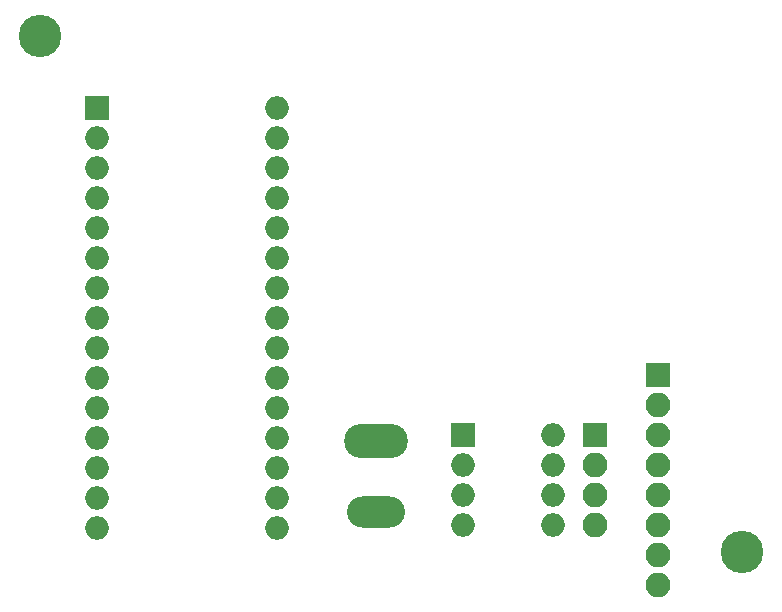
<source format=gbr>
G04 #@! TF.GenerationSoftware,KiCad,Pcbnew,(5.0.0)*
G04 #@! TF.CreationDate,2018-10-14T14:09:40-05:00*
G04 #@! TF.ProjectId,module-tester-board,6D6F64756C652D7465737465722D626F,rev?*
G04 #@! TF.SameCoordinates,Original*
G04 #@! TF.FileFunction,Soldermask,Bot*
G04 #@! TF.FilePolarity,Negative*
%FSLAX46Y46*%
G04 Gerber Fmt 4.6, Leading zero omitted, Abs format (unit mm)*
G04 Created by KiCad (PCBNEW (5.0.0)) date 10/14/18 14:09:40*
%MOMM*%
%LPD*%
G01*
G04 APERTURE LIST*
%ADD10C,3.600000*%
%ADD11R,2.000000X2.000000*%
%ADD12O,2.000000X2.000000*%
%ADD13R,2.100000X2.100000*%
%ADD14O,2.100000X2.100000*%
%ADD15O,5.400000X2.900000*%
%ADD16O,4.900000X2.650000*%
G04 APERTURE END LIST*
D10*
G04 #@! TO.C,*
X123190000Y-71374000D03*
G04 #@! TD*
D11*
G04 #@! TO.C,A1*
X128016000Y-77470000D03*
D12*
X143256000Y-110490000D03*
X128016000Y-80010000D03*
X143256000Y-107950000D03*
X128016000Y-82550000D03*
X143256000Y-105410000D03*
X128016000Y-85090000D03*
X143256000Y-102870000D03*
X128016000Y-87630000D03*
X143256000Y-100330000D03*
X128016000Y-90170000D03*
X143256000Y-97790000D03*
X128016000Y-92710000D03*
X143256000Y-95250000D03*
X128016000Y-95250000D03*
X143256000Y-92710000D03*
X128016000Y-97790000D03*
X143256000Y-90170000D03*
X128016000Y-100330000D03*
X143256000Y-87630000D03*
X128016000Y-102870000D03*
X143256000Y-85090000D03*
X128016000Y-105410000D03*
X143256000Y-82550000D03*
X128016000Y-107950000D03*
X143256000Y-80010000D03*
X128016000Y-110490000D03*
X143256000Y-77470000D03*
X128016000Y-113030000D03*
X143256000Y-113030000D03*
G04 #@! TD*
D13*
G04 #@! TO.C,J1*
X175514000Y-100076000D03*
D14*
X175514000Y-102616000D03*
X175514000Y-105156000D03*
X175514000Y-107696000D03*
X175514000Y-110236000D03*
X175514000Y-112776000D03*
X175514000Y-115316000D03*
X175514000Y-117856000D03*
G04 #@! TD*
D15*
G04 #@! TO.C,J2*
X151638000Y-105664000D03*
D16*
X151638000Y-111664000D03*
G04 #@! TD*
D13*
G04 #@! TO.C,J4*
X170180000Y-105156000D03*
D14*
X170180000Y-107696000D03*
X170180000Y-110236000D03*
X170180000Y-112776000D03*
G04 #@! TD*
D11*
G04 #@! TO.C,SW1*
X159004000Y-105156000D03*
D12*
X166624000Y-112776000D03*
X159004000Y-107696000D03*
X166624000Y-110236000D03*
X159004000Y-110236000D03*
X166624000Y-107696000D03*
X159004000Y-112776000D03*
X166624000Y-105156000D03*
G04 #@! TD*
D10*
G04 #@! TO.C,*
X182626000Y-115062000D03*
G04 #@! TD*
M02*

</source>
